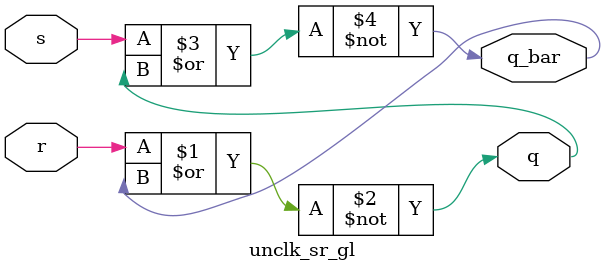
<source format=v>
module unclk_sr_gl (q, q_bar, s, r);

output q, q_bar;
input r, s;

nor (q, r, q_bar);
nor (q_bar, s, q);

endmodule
</source>
